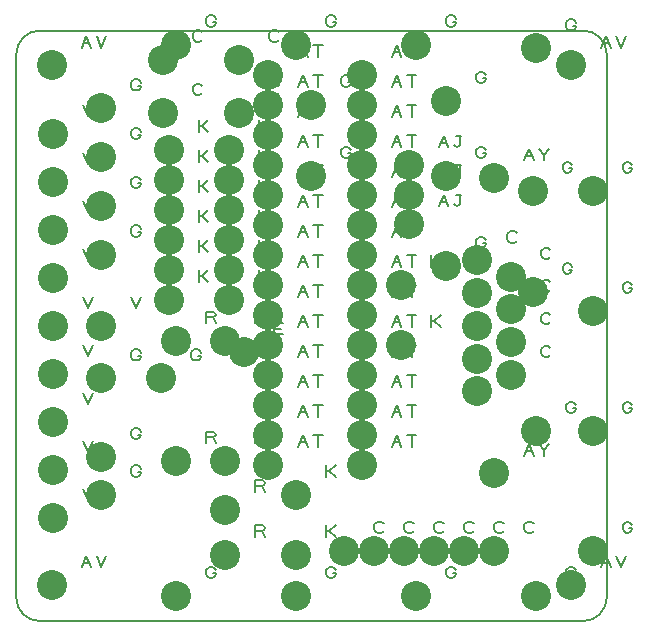
<source format=gbr>
G04 DesignSpark PCB PRO Gerber Version 10.0 Build 5299*
G04 #@! TF.Part,Single*
G04 #@! TF.FileFunction,Drillmap*
G04 #@! TF.FilePolarity,Positive*
%FSLAX35Y35*%
%MOIN*%
%ADD20C,0.00500*%
G04 #@! TA.AperFunction,ViaPad*
%ADD73C,0.10000*%
G04 #@! TD.AperFunction*
X0Y0D02*
D02*
D20*
X58636Y132938D02*
X60198Y136688D01*
X61761Y132938D01*
X59261Y134500D02*
X61136D01*
X63636Y136688D02*
X65198Y132938D01*
X66761Y136688D01*
X58636Y306166D02*
X60198Y309916D01*
X61761Y306166D01*
X59261Y307729D02*
X61136D01*
X63636Y309916D02*
X65198Y306166D01*
X66761Y309916D01*
X59260Y158935D02*
X60822Y155185D01*
X62385Y158935D01*
X59260Y174935D02*
X60822Y171185D01*
X62385Y174935D01*
X59260Y190935D02*
X60822Y187185D01*
X62385Y190935D01*
X59260Y206935D02*
X60822Y203185D01*
X62385Y206935D01*
X59260Y222935D02*
X60822Y219185D01*
X62385Y222935D01*
X59260Y238935D02*
X60822Y235185D01*
X62385Y238935D01*
X59260Y254935D02*
X60822Y251185D01*
X62385Y254935D01*
X59260Y270935D02*
X60822Y267185D01*
X62385Y270935D01*
X59260Y286935D02*
X60822Y283185D01*
X62385Y286935D01*
X77437Y164664D02*
X78375D01*
Y164351D01*
X78063Y163726D01*
X77750Y163414D01*
X77125Y163101D01*
X76500D01*
X75875Y163414D01*
X75563Y163726D01*
X75250Y164351D01*
Y165601D01*
X75563Y166226D01*
X75875Y166539D01*
X76500Y166851D01*
X77125D01*
X77750Y166539D01*
X78063Y166226D01*
X78375Y165601D01*
X77437Y177164D02*
X78375D01*
Y176851D01*
X78063Y176226D01*
X77750Y175914D01*
X77125Y175601D01*
X76500D01*
X75875Y175914D01*
X75563Y176226D01*
X75250Y176851D01*
Y178101D01*
X75563Y178726D01*
X75875Y179039D01*
X76500Y179351D01*
X77125D01*
X77750Y179039D01*
X78063Y178726D01*
X78375Y178101D01*
X77437Y203414D02*
X78375D01*
Y203101D01*
X78063Y202476D01*
X77750Y202164D01*
X77125Y201851D01*
X76500D01*
X75875Y202164D01*
X75563Y202476D01*
X75250Y203101D01*
Y204351D01*
X75563Y204976D01*
X75875Y205289D01*
X76500Y205601D01*
X77125D01*
X77750Y205289D01*
X78063Y204976D01*
X78375Y204351D01*
X77437Y244664D02*
X78375D01*
Y244351D01*
X78063Y243726D01*
X77750Y243414D01*
X77125Y243101D01*
X76500D01*
X75875Y243414D01*
X75563Y243726D01*
X75250Y244351D01*
Y245601D01*
X75563Y246226D01*
X75875Y246539D01*
X76500Y246851D01*
X77125D01*
X77750Y246539D01*
X78063Y246226D01*
X78375Y245601D01*
X77437Y260914D02*
X78375D01*
Y260601D01*
X78063Y259976D01*
X77750Y259664D01*
X77125Y259351D01*
X76500D01*
X75875Y259664D01*
X75563Y259976D01*
X75250Y260601D01*
Y261851D01*
X75563Y262476D01*
X75875Y262789D01*
X76500Y263101D01*
X77125D01*
X77750Y262789D01*
X78063Y262476D01*
X78375Y261851D01*
X77437Y277164D02*
X78375D01*
Y276851D01*
X78063Y276226D01*
X77750Y275914D01*
X77125Y275601D01*
X76500D01*
X75875Y275914D01*
X75563Y276226D01*
X75250Y276851D01*
Y278101D01*
X75563Y278726D01*
X75875Y279039D01*
X76500Y279351D01*
X77125D01*
X77750Y279039D01*
X78063Y278726D01*
X78375Y278101D01*
X77437Y293414D02*
X78375D01*
Y293101D01*
X78063Y292476D01*
X77750Y292164D01*
X77125Y291851D01*
X76500D01*
X75875Y292164D01*
X75563Y292476D01*
X75250Y293101D01*
Y294351D01*
X75563Y294976D01*
X75875Y295289D01*
X76500Y295601D01*
X77125D01*
X77750Y295289D01*
X78063Y294976D01*
X78375Y294351D01*
X75260Y222935D02*
X76822Y219185D01*
X78385Y222935D01*
X97437Y203414D02*
X98375D01*
Y203101D01*
X98063Y202476D01*
X97750Y202164D01*
X97125Y201851D01*
X96500D01*
X95875Y202164D01*
X95563Y202476D01*
X95250Y203101D01*
Y204351D01*
X95563Y204976D01*
X95875Y205289D01*
X96500Y205601D01*
X97125D01*
X97750Y205289D01*
X98063Y204976D01*
X98375Y204351D01*
X98769Y291010D02*
X98456Y290697D01*
X97831Y290385D01*
X96894D01*
X96269Y290697D01*
X95956Y291010D01*
X95644Y291635D01*
Y292885D01*
X95956Y293510D01*
X96269Y293822D01*
X96894Y294135D01*
X97831D01*
X98456Y293822D01*
X98769Y293510D01*
Y308726D02*
X98456Y308414D01*
X97831Y308101D01*
X96894D01*
X96269Y308414D01*
X95956Y308726D01*
X95644Y309351D01*
Y310601D01*
X95956Y311226D01*
X96269Y311539D01*
X96894Y311851D01*
X97831D01*
X98456Y311539D01*
X98769Y311226D01*
X97750Y228101D02*
Y231851D01*
Y229976D02*
X98687D01*
X100875Y231851D01*
X98687Y229976D02*
X100875Y228101D01*
X97750Y238101D02*
Y241851D01*
Y239976D02*
X98687D01*
X100875Y241851D01*
X98687Y239976D02*
X100875Y238101D01*
X97750Y248101D02*
Y251851D01*
Y249976D02*
X98687D01*
X100875Y251851D01*
X98687Y249976D02*
X100875Y248101D01*
X97750Y258101D02*
Y261851D01*
Y259976D02*
X98687D01*
X100875Y261851D01*
X98687Y259976D02*
X100875Y258101D01*
X97750Y268101D02*
Y271851D01*
Y269976D02*
X98687D01*
X100875Y271851D01*
X98687Y269976D02*
X100875Y268101D01*
X97750Y278101D02*
Y281851D01*
Y279976D02*
X98687D01*
X100875Y281851D01*
X98687Y279976D02*
X100875Y278101D01*
X102437Y130914D02*
X103375D01*
Y130601D01*
X103063Y129976D01*
X102750Y129664D01*
X102125Y129351D01*
X101500D01*
X100875Y129664D01*
X100563Y129976D01*
X100250Y130601D01*
Y131851D01*
X100563Y132476D01*
X100875Y132789D01*
X101500Y133101D01*
X102125D01*
X102750Y132789D01*
X103063Y132476D01*
X103375Y131851D01*
X100250Y174351D02*
Y178101D01*
X102437D01*
X103063Y177789D01*
X103375Y177164D01*
X103063Y176539D01*
X102437Y176226D01*
X100250D01*
X102437D02*
X103375Y174351D01*
X100250Y214351D02*
Y218101D01*
X102437D01*
X103063Y217789D01*
X103375Y217164D01*
X103063Y216539D01*
X102437Y216226D01*
X100250D01*
X102437D02*
X103375Y214351D01*
X102437Y314664D02*
X103375D01*
Y314351D01*
X103063Y313726D01*
X102750Y313414D01*
X102125Y313101D01*
X101500D01*
X100875Y313414D01*
X100563Y313726D01*
X100250Y314351D01*
Y315601D01*
X100563Y316226D01*
X100875Y316539D01*
X101500Y316851D01*
X102125D01*
X102750Y316539D01*
X103063Y316226D01*
X103375Y315601D01*
X116500Y143101D02*
Y146851D01*
X118687D01*
X119313Y146539D01*
X119625Y145914D01*
X119313Y145289D01*
X118687Y144976D01*
X116500D01*
X118687D02*
X119625Y143101D01*
X116500Y158101D02*
Y161851D01*
X118687D01*
X119313Y161539D01*
X119625Y160914D01*
X119313Y160289D01*
X118687Y159976D01*
X116500D01*
X118687D02*
X119625Y158101D01*
X116500Y174351D02*
Y178101D01*
X118687D01*
X119313Y177789D01*
X119625Y177164D01*
X119313Y176539D01*
X118687Y176226D01*
X116500D01*
X118687D02*
X119625Y174351D01*
X116500Y214351D02*
Y218101D01*
X118687D01*
X119313Y217789D01*
X119625Y217164D01*
X119313Y216539D01*
X118687Y216226D01*
X116500D01*
X118687D02*
X119625Y214351D01*
X117750Y228101D02*
Y231851D01*
Y229976D02*
X118687D01*
X120875Y231851D01*
X118687Y229976D02*
X120875Y228101D01*
X117750Y238101D02*
Y241851D01*
Y239976D02*
X118687D01*
X120875Y241851D01*
X118687Y239976D02*
X120875Y238101D01*
X117750Y248101D02*
Y251851D01*
Y249976D02*
X118687D01*
X120875Y251851D01*
X118687Y249976D02*
X120875Y248101D01*
X117750Y258101D02*
Y261851D01*
Y259976D02*
X118687D01*
X120875Y261851D01*
X118687Y259976D02*
X120875Y258101D01*
X117750Y268101D02*
Y271851D01*
Y269976D02*
X118687D01*
X120875Y271851D01*
X118687Y269976D02*
X120875Y268101D01*
X117750Y278101D02*
Y281851D01*
Y279976D02*
X118687D01*
X120875Y281851D01*
X118687Y279976D02*
X120875Y278101D01*
X124359Y291010D02*
X124047Y290697D01*
X123422Y290385D01*
X122484D01*
X121859Y290697D01*
X121547Y291010D01*
X121234Y291635D01*
Y292885D01*
X121547Y293510D01*
X121859Y293822D01*
X122484Y294135D01*
X123422D01*
X124047Y293822D01*
X124359Y293510D01*
Y308726D02*
X124047Y308414D01*
X123422Y308101D01*
X122484D01*
X121859Y308414D01*
X121547Y308726D01*
X121234Y309351D01*
Y310601D01*
X121547Y311226D01*
X121859Y311539D01*
X122484Y311851D01*
X123422D01*
X124047Y311539D01*
X124359Y311226D01*
X122750Y210601D02*
Y214351D01*
X125875D01*
X125250Y212476D02*
X122750D01*
Y210601D02*
X125875D01*
X130874Y173101D02*
X132437Y176851D01*
X133999Y173101D01*
X131499Y174664D02*
X133374D01*
X137437Y173101D02*
Y176851D01*
X135874D02*
X138999D01*
X130874Y183101D02*
X132437Y186851D01*
X133999Y183101D01*
X131499Y184664D02*
X133374D01*
X137437Y183101D02*
Y186851D01*
X135874D02*
X138999D01*
X130874Y193101D02*
X132437Y196851D01*
X133999Y193101D01*
X131499Y194664D02*
X133374D01*
X137437Y193101D02*
Y196851D01*
X135874D02*
X138999D01*
X130874Y203101D02*
X132437Y206851D01*
X133999Y203101D01*
X131499Y204664D02*
X133374D01*
X137437Y203101D02*
Y206851D01*
X135874D02*
X138999D01*
X130874Y213101D02*
X132437Y216851D01*
X133999Y213101D01*
X131499Y214664D02*
X133374D01*
X137437Y213101D02*
Y216851D01*
X135874D02*
X138999D01*
X130874Y223101D02*
X132437Y226851D01*
X133999Y223101D01*
X131499Y224664D02*
X133374D01*
X137437Y223101D02*
Y226851D01*
X135874D02*
X138999D01*
X130874Y233101D02*
X132437Y236851D01*
X133999Y233101D01*
X131499Y234664D02*
X133374D01*
X137437Y233101D02*
Y236851D01*
X135874D02*
X138999D01*
X130874Y243101D02*
X132437Y246851D01*
X133999Y243101D01*
X131499Y244664D02*
X133374D01*
X137437Y243101D02*
Y246851D01*
X135874D02*
X138999D01*
X130874Y253101D02*
X132437Y256851D01*
X133999Y253101D01*
X131499Y254664D02*
X133374D01*
X137437Y253101D02*
Y256851D01*
X135874D02*
X138999D01*
X130874Y263101D02*
X132437Y266851D01*
X133999Y263101D01*
X131499Y264664D02*
X133374D01*
X137437Y263101D02*
Y266851D01*
X135874D02*
X138999D01*
X130874Y273101D02*
X132437Y276851D01*
X133999Y273101D01*
X131499Y274664D02*
X133374D01*
X137437Y273101D02*
Y276851D01*
X135874D02*
X138999D01*
X130874Y283101D02*
X132437Y286851D01*
X133999Y283101D01*
X131499Y284664D02*
X133374D01*
X137437Y283101D02*
Y286851D01*
X135874D02*
X138999D01*
X130874Y293101D02*
X132437Y296851D01*
X133999Y293101D01*
X131499Y294664D02*
X133374D01*
X137437Y293101D02*
Y296851D01*
X135874D02*
X138999D01*
X130874Y303101D02*
X132437Y306851D01*
X133999Y303101D01*
X131499Y304664D02*
X133374D01*
X137437Y303101D02*
Y306851D01*
X135874D02*
X138999D01*
X142437Y130914D02*
X143375D01*
Y130601D01*
X143063Y129976D01*
X142750Y129664D01*
X142125Y129351D01*
X141500D01*
X140875Y129664D01*
X140563Y129976D01*
X140250Y130601D01*
Y131851D01*
X140563Y132476D01*
X140875Y132789D01*
X141500Y133101D01*
X142125D01*
X142750Y132789D01*
X143063Y132476D01*
X143375Y131851D01*
X140250Y143101D02*
Y146851D01*
Y144976D02*
X141187D01*
X143375Y146851D01*
X141187Y144976D02*
X143375Y143101D01*
X140250Y163101D02*
Y166851D01*
Y164976D02*
X141187D01*
X143375Y166851D01*
X141187Y164976D02*
X143375Y163101D01*
X142437Y314664D02*
X143375D01*
Y314351D01*
X143063Y313726D01*
X142750Y313414D01*
X142125Y313101D01*
X141500D01*
X140875Y313414D01*
X140563Y313726D01*
X140250Y314351D01*
Y315601D01*
X140563Y316226D01*
X140875Y316539D01*
X141500Y316851D01*
X142125D01*
X142750Y316539D01*
X143063Y316226D01*
X143375Y315601D01*
X147437Y270914D02*
X148375D01*
Y270601D01*
X148063Y269976D01*
X147750Y269664D01*
X147125Y269351D01*
X146500D01*
X145875Y269664D01*
X145563Y269976D01*
X145250Y270601D01*
Y271851D01*
X145563Y272476D01*
X145875Y272789D01*
X146500Y273101D01*
X147125D01*
X147750Y272789D01*
X148063Y272476D01*
X148375Y271851D01*
X147437Y294664D02*
X148375D01*
Y294351D01*
X148063Y293726D01*
X147750Y293414D01*
X147125Y293101D01*
X146500D01*
X145875Y293414D01*
X145563Y293726D01*
X145250Y294351D01*
Y295601D01*
X145563Y296226D01*
X145875Y296539D01*
X146500Y296851D01*
X147125D01*
X147750Y296539D01*
X148063Y296226D01*
X148375Y295601D01*
X159379Y145018D02*
X159067Y144705D01*
X158441Y144393D01*
X157504D01*
X156879Y144705D01*
X156567Y145018D01*
X156254Y145643D01*
Y146893D01*
X156567Y147518D01*
X156879Y147830D01*
X157504Y148143D01*
X158441D01*
X159067Y147830D01*
X159379Y147518D01*
X162126Y173101D02*
X163689Y176851D01*
X165251Y173101D01*
X162751Y174664D02*
X164626D01*
X168689Y173101D02*
Y176851D01*
X167126D02*
X170251D01*
X162126Y183101D02*
X163689Y186851D01*
X165251Y183101D01*
X162751Y184664D02*
X164626D01*
X168689Y183101D02*
Y186851D01*
X167126D02*
X170251D01*
X162126Y193101D02*
X163689Y196851D01*
X165251Y193101D01*
X162751Y194664D02*
X164626D01*
X168689Y193101D02*
Y196851D01*
X167126D02*
X170251D01*
X162126Y203101D02*
X163689Y206851D01*
X165251Y203101D01*
X162751Y204664D02*
X164626D01*
X168689Y203101D02*
Y206851D01*
X167126D02*
X170251D01*
X162126Y213101D02*
X163689Y216851D01*
X165251Y213101D01*
X162751Y214664D02*
X164626D01*
X168689Y213101D02*
Y216851D01*
X167126D02*
X170251D01*
X162126Y223101D02*
X163689Y226851D01*
X165251Y223101D01*
X162751Y224664D02*
X164626D01*
X168689Y223101D02*
Y226851D01*
X167126D02*
X170251D01*
X162126Y233101D02*
X163689Y236851D01*
X165251Y233101D01*
X162751Y234664D02*
X164626D01*
X168689Y233101D02*
Y236851D01*
X167126D02*
X170251D01*
X162126Y243101D02*
X163689Y246851D01*
X165251Y243101D01*
X162751Y244664D02*
X164626D01*
X168689Y243101D02*
Y246851D01*
X167126D02*
X170251D01*
X162126Y253101D02*
X163689Y256851D01*
X165251Y253101D01*
X162751Y254664D02*
X164626D01*
X168689Y253101D02*
Y256851D01*
X167126D02*
X170251D01*
X162126Y263101D02*
X163689Y266851D01*
X165251Y263101D01*
X162751Y264664D02*
X164626D01*
X168689Y263101D02*
Y266851D01*
X167126D02*
X170251D01*
X162126Y273101D02*
X163689Y276851D01*
X165251Y273101D01*
X162751Y274664D02*
X164626D01*
X168689Y273101D02*
Y276851D01*
X167126D02*
X170251D01*
X162126Y283101D02*
X163689Y286851D01*
X165251Y283101D01*
X162751Y284664D02*
X164626D01*
X168689Y283101D02*
Y286851D01*
X167126D02*
X170251D01*
X162126Y293101D02*
X163689Y296851D01*
X165251Y293101D01*
X162751Y294664D02*
X164626D01*
X168689Y293101D02*
Y296851D01*
X167126D02*
X170251D01*
X162126Y303101D02*
X163689Y306851D01*
X165251Y303101D01*
X162751Y304664D02*
X164626D01*
X168689Y303101D02*
Y306851D01*
X167126D02*
X170251D01*
X169379Y145018D02*
X169067Y144705D01*
X168441Y144393D01*
X167504D01*
X166879Y144705D01*
X166567Y145018D01*
X166254Y145643D01*
Y146893D01*
X166567Y147518D01*
X166879Y147830D01*
X167504Y148143D01*
X168441D01*
X169067Y147830D01*
X169379Y147518D01*
X175250Y213101D02*
Y216851D01*
Y214976D02*
X176187D01*
X178375Y216851D01*
X176187Y214976D02*
X178375Y213101D01*
X175250Y233101D02*
Y236851D01*
Y234976D02*
X176187D01*
X178375Y236851D01*
X176187Y234976D02*
X178375Y233101D01*
X179379Y145018D02*
X179067Y144705D01*
X178441Y144393D01*
X177504D01*
X176879Y144705D01*
X176567Y145018D01*
X176254Y145643D01*
Y146893D01*
X176567Y147518D01*
X176879Y147830D01*
X177504Y148143D01*
X178441D01*
X179067Y147830D01*
X179379Y147518D01*
X177750Y253259D02*
X179313Y257009D01*
X180875Y253259D01*
X178375Y254821D02*
X180250D01*
X182750Y253884D02*
X183063Y253571D01*
X183687Y253259D01*
X184313Y253571D01*
X184625Y253884D01*
Y257009D01*
X185250D01*
X184625D02*
X183375D01*
X177750Y263101D02*
X179313Y266851D01*
X180875Y263101D01*
X178375Y264664D02*
X180250D01*
X182750Y263726D02*
X183063Y263414D01*
X183687Y263101D01*
X184313Y263414D01*
X184625Y263726D01*
Y266851D01*
X185250D01*
X184625D02*
X183375D01*
X177750Y272944D02*
X179313Y276694D01*
X180875Y272944D01*
X178375Y274506D02*
X180250D01*
X182750Y273569D02*
X183063Y273256D01*
X183687Y272944D01*
X184313Y273256D01*
X184625Y273569D01*
Y276694D01*
X185250D01*
X184625D02*
X183375D01*
X182437Y130914D02*
X183375D01*
Y130601D01*
X183063Y129976D01*
X182750Y129664D01*
X182125Y129351D01*
X181500D01*
X180875Y129664D01*
X180563Y129976D01*
X180250Y130601D01*
Y131851D01*
X180563Y132476D01*
X180875Y132789D01*
X181500Y133101D01*
X182125D01*
X182750Y132789D01*
X183063Y132476D01*
X183375Y131851D01*
X182437Y314664D02*
X183375D01*
Y314351D01*
X183063Y313726D01*
X182750Y313414D01*
X182125Y313101D01*
X181500D01*
X180875Y313414D01*
X180563Y313726D01*
X180250Y314351D01*
Y315601D01*
X180563Y316226D01*
X180875Y316539D01*
X181500Y316851D01*
X182125D01*
X182750Y316539D01*
X183063Y316226D01*
X183375Y315601D01*
X189379Y145018D02*
X189067Y144705D01*
X188441Y144393D01*
X187504D01*
X186879Y144705D01*
X186567Y145018D01*
X186254Y145643D01*
Y146893D01*
X186567Y147518D01*
X186879Y147830D01*
X187504Y148143D01*
X188441D01*
X189067Y147830D01*
X189379Y147518D01*
X192437Y240914D02*
X193375D01*
Y240601D01*
X193063Y239976D01*
X192750Y239664D01*
X192125Y239351D01*
X191500D01*
X190875Y239664D01*
X190563Y239976D01*
X190250Y240601D01*
Y241851D01*
X190563Y242476D01*
X190875Y242789D01*
X191500Y243101D01*
X192125D01*
X192750Y242789D01*
X193063Y242476D01*
X193375Y241851D01*
X192437Y270914D02*
X193375D01*
Y270601D01*
X193063Y269976D01*
X192750Y269664D01*
X192125Y269351D01*
X191500D01*
X190875Y269664D01*
X190563Y269976D01*
X190250Y270601D01*
Y271851D01*
X190563Y272476D01*
X190875Y272789D01*
X191500Y273101D01*
X192125D01*
X192750Y272789D01*
X193063Y272476D01*
X193375Y271851D01*
X192437Y295914D02*
X193375D01*
Y295601D01*
X193063Y294976D01*
X192750Y294664D01*
X192125Y294351D01*
X191500D01*
X190875Y294664D01*
X190563Y294976D01*
X190250Y295601D01*
Y296851D01*
X190563Y297476D01*
X190875Y297789D01*
X191500Y298101D01*
X192125D01*
X192750Y297789D01*
X193063Y297476D01*
X193375Y296851D01*
X199379Y145018D02*
X199067Y144705D01*
X198441Y144393D01*
X197504D01*
X196879Y144705D01*
X196567Y145018D01*
X196254Y145643D01*
Y146893D01*
X196567Y147518D01*
X196879Y147830D01*
X197504Y148143D01*
X198441D01*
X199067Y147830D01*
X199379Y147518D01*
X203720Y198165D02*
X203407Y197853D01*
X202782Y197540D01*
X201844D01*
X201220Y197853D01*
X200907Y198165D01*
X200594Y198790D01*
Y200040D01*
X200907Y200665D01*
X201220Y200978D01*
X201844Y201290D01*
X202782D01*
X203407Y200978D01*
X203720Y200665D01*
Y209071D02*
X203407Y208758D01*
X202782Y208446D01*
X201844D01*
X201220Y208758D01*
X200907Y209071D01*
X200594Y209696D01*
Y210946D01*
X200907Y211571D01*
X201220Y211883D01*
X201844Y212196D01*
X202782D01*
X203407Y211883D01*
X203720Y211571D01*
Y219976D02*
X203407Y219664D01*
X202782Y219351D01*
X201844D01*
X201220Y219664D01*
X200907Y219976D01*
X200594Y220601D01*
Y221851D01*
X200907Y222476D01*
X201220Y222789D01*
X201844Y223101D01*
X202782D01*
X203407Y222789D01*
X203720Y222476D01*
Y230882D02*
X203407Y230569D01*
X202782Y230257D01*
X201844D01*
X201220Y230569D01*
X200907Y230882D01*
X200594Y231507D01*
Y232757D01*
X200907Y233382D01*
X201220Y233694D01*
X201844Y234007D01*
X202782D01*
X203407Y233694D01*
X203720Y233382D01*
Y241787D02*
X203407Y241475D01*
X202782Y241162D01*
X201844D01*
X201220Y241475D01*
X200907Y241787D01*
X200594Y242412D01*
Y243662D01*
X200907Y244287D01*
X201220Y244600D01*
X201844Y244912D01*
X202782D01*
X203407Y244600D01*
X203720Y244287D01*
X206185Y170158D02*
X207748Y173908D01*
X209310Y170158D01*
X206810Y171721D02*
X208685D01*
X212748Y170158D02*
Y172033D01*
X211185Y173908D01*
X212748Y172033D02*
X214310Y173908D01*
X206185Y268544D02*
X207748Y272294D01*
X209310Y268544D01*
X206810Y270107D02*
X208685D01*
X212748Y268544D02*
Y270419D01*
X211185Y272294D01*
X212748Y270419D02*
X214310Y272294D01*
X209379Y145018D02*
X209067Y144705D01*
X208441Y144393D01*
X207504D01*
X206879Y144705D01*
X206567Y145018D01*
X206254Y145643D01*
Y146893D01*
X206567Y147518D01*
X206879Y147830D01*
X207504Y148143D01*
X208441D01*
X209067Y147830D01*
X209379Y147518D01*
X214901Y203618D02*
X214588Y203306D01*
X213963Y202993D01*
X213026D01*
X212401Y203306D01*
X212088Y203618D01*
X211776Y204243D01*
Y205493D01*
X212088Y206118D01*
X212401Y206431D01*
X213026Y206743D01*
X213963D01*
X214588Y206431D01*
X214901Y206118D01*
Y214524D02*
X214588Y214211D01*
X213963Y213898D01*
X213026D01*
X212401Y214211D01*
X212088Y214524D01*
X211776Y215148D01*
Y216398D01*
X212088Y217024D01*
X212401Y217336D01*
X213026Y217648D01*
X213963D01*
X214588Y217336D01*
X214901Y217024D01*
Y225429D02*
X214588Y225117D01*
X213963Y224804D01*
X213026D01*
X212401Y225117D01*
X212088Y225429D01*
X211776Y226054D01*
Y227304D01*
X212088Y227929D01*
X212401Y228242D01*
X213026Y228554D01*
X213963D01*
X214588Y228242D01*
X214901Y227929D01*
Y236335D02*
X214588Y236022D01*
X213963Y235709D01*
X213026D01*
X212401Y236022D01*
X212088Y236335D01*
X211776Y236959D01*
Y238209D01*
X212088Y238835D01*
X212401Y239147D01*
X213026Y239459D01*
X213963D01*
X214588Y239147D01*
X214901Y238835D01*
X221187Y232164D02*
X222125D01*
Y231851D01*
X221813Y231226D01*
X221500Y230914D01*
X220875Y230601D01*
X220250D01*
X219625Y230914D01*
X219313Y231226D01*
X219000Y231851D01*
Y233101D01*
X219313Y233726D01*
X219625Y234039D01*
X220250Y234351D01*
X220875D01*
X221500Y234039D01*
X221813Y233726D01*
X222125Y233101D01*
X221187Y265914D02*
X222125D01*
Y265601D01*
X221813Y264976D01*
X221500Y264664D01*
X220875Y264351D01*
X220250D01*
X219625Y264664D01*
X219313Y264976D01*
X219000Y265601D01*
Y266851D01*
X219313Y267476D01*
X219625Y267789D01*
X220250Y268101D01*
X220875D01*
X221500Y267789D01*
X221813Y267476D01*
X222125Y266851D01*
X222437Y130914D02*
X223375D01*
Y130601D01*
X223063Y129976D01*
X222750Y129664D01*
X222125Y129351D01*
X221500D01*
X220875Y129664D01*
X220563Y129976D01*
X220250Y130601D01*
Y131851D01*
X220563Y132476D01*
X220875Y132789D01*
X221500Y133101D01*
X222125D01*
X222750Y132789D01*
X223063Y132476D01*
X223375Y131851D01*
X222437Y185914D02*
X223375D01*
Y185601D01*
X223063Y184976D01*
X222750Y184664D01*
X222125Y184351D01*
X221500D01*
X220875Y184664D01*
X220563Y184976D01*
X220250Y185601D01*
Y186851D01*
X220563Y187476D01*
X220875Y187789D01*
X221500Y188101D01*
X222125D01*
X222750Y187789D01*
X223063Y187476D01*
X223375Y186851D01*
X222437Y313414D02*
X223375D01*
Y313101D01*
X223063Y312476D01*
X222750Y312164D01*
X222125Y311851D01*
X221500D01*
X220875Y312164D01*
X220563Y312476D01*
X220250Y313101D01*
Y314351D01*
X220563Y314976D01*
X220875Y315289D01*
X221500Y315601D01*
X222125D01*
X222750Y315289D01*
X223063Y314976D01*
X223375Y314351D01*
X225801Y311839D02*
G75*
G02*
X233675Y303965I0J-7874D01*
G01*
Y122863D01*
G75*
G02*
X225801Y114989I-7874J0D01*
G01*
X44699D01*
G75*
G02*
X36825Y122863I0J7874D01*
G01*
Y303965D01*
G75*
G02*
X44699Y311839I7874J0D01*
G01*
X225801D01*
X231864Y132938D02*
X233427Y136688D01*
X234989Y132938D01*
X232489Y134500D02*
X234364D01*
X236864Y136688D02*
X238427Y132938D01*
X239989Y136688D01*
X231864Y306166D02*
X233427Y309916D01*
X234989Y306166D01*
X232489Y307729D02*
X234364D01*
X236864Y309916D02*
X238427Y306166D01*
X239989Y309916D01*
X241187Y145914D02*
X242125D01*
Y145601D01*
X241813Y144976D01*
X241500Y144664D01*
X240875Y144351D01*
X240250D01*
X239625Y144664D01*
X239313Y144976D01*
X239000Y145601D01*
Y146851D01*
X239313Y147476D01*
X239625Y147789D01*
X240250Y148101D01*
X240875D01*
X241500Y147789D01*
X241813Y147476D01*
X242125Y146851D01*
X241187Y185914D02*
X242125D01*
Y185601D01*
X241813Y184976D01*
X241500Y184664D01*
X240875Y184351D01*
X240250D01*
X239625Y184664D01*
X239313Y184976D01*
X239000Y185601D01*
Y186851D01*
X239313Y187476D01*
X239625Y187789D01*
X240250Y188101D01*
X240875D01*
X241500Y187789D01*
X241813Y187476D01*
X242125Y186851D01*
X241187Y225914D02*
X242125D01*
Y225601D01*
X241813Y224976D01*
X241500Y224664D01*
X240875Y224351D01*
X240250D01*
X239625Y224664D01*
X239313Y224976D01*
X239000Y225601D01*
Y226851D01*
X239313Y227476D01*
X239625Y227789D01*
X240250Y228101D01*
X240875D01*
X241500Y227789D01*
X241813Y227476D01*
X242125Y226851D01*
X241187Y265914D02*
X242125D01*
Y265601D01*
X241813Y264976D01*
X241500Y264664D01*
X240875Y264351D01*
X240250D01*
X239625Y264664D01*
X239313Y264976D01*
X239000Y265601D01*
Y266851D01*
X239313Y267476D01*
X239625Y267789D01*
X240250Y268101D01*
X240875D01*
X241500Y267789D01*
X241813Y267476D01*
X242125Y266851D01*
D02*
D73*
X48636Y127000D03*
Y300229D03*
X49260Y149247D03*
Y165247D03*
Y181247D03*
Y197247D03*
Y213247D03*
Y229247D03*
Y245247D03*
Y261247D03*
Y277247D03*
X65250Y157164D03*
Y169664D03*
Y195914D03*
Y237164D03*
Y253414D03*
Y269664D03*
Y285914D03*
X65260Y213247D03*
X85250Y195914D03*
X85644Y284447D03*
Y302164D03*
X87750Y222164D03*
Y232164D03*
Y242164D03*
Y252164D03*
Y262164D03*
Y272164D03*
X90250Y123414D03*
Y168414D03*
Y208414D03*
Y307164D03*
X106500Y137164D03*
Y152164D03*
Y168414D03*
Y208414D03*
X107750Y222164D03*
Y232164D03*
Y242164D03*
Y252164D03*
Y262164D03*
Y272164D03*
X111234Y284447D03*
Y302164D03*
X112750Y204664D03*
X120874Y167164D03*
Y177164D03*
Y187164D03*
Y197164D03*
Y207164D03*
Y217164D03*
Y227164D03*
Y237164D03*
Y247164D03*
Y257164D03*
Y267164D03*
Y277164D03*
Y287164D03*
Y297164D03*
X130250Y123414D03*
Y137164D03*
Y157164D03*
Y307164D03*
X135250Y263414D03*
Y287164D03*
X146254Y138455D03*
X152126Y167164D03*
Y177164D03*
Y187164D03*
Y197164D03*
Y207164D03*
Y217164D03*
Y227164D03*
Y237164D03*
Y247164D03*
Y257164D03*
Y267164D03*
Y277164D03*
Y287164D03*
Y297164D03*
X156254Y138455D03*
X165250Y207164D03*
Y227164D03*
X166254Y138455D03*
X167750Y247321D03*
Y257164D03*
Y267006D03*
X170250Y123414D03*
Y307164D03*
X176254Y138455D03*
X180250Y233414D03*
Y263414D03*
Y288414D03*
X186254Y138455D03*
X190594Y191603D03*
Y202508D03*
Y213414D03*
Y224319D03*
Y235225D03*
X196185Y164221D03*
Y262607D03*
X196254Y138455D03*
X201776Y197056D03*
Y207961D03*
Y218867D03*
Y229772D03*
X209000Y224664D03*
Y258414D03*
X210250Y123414D03*
Y178414D03*
Y305914D03*
X221864Y127000D03*
Y300229D03*
X229000Y138414D03*
Y178414D03*
Y218414D03*
Y258414D03*
X0Y0D02*
M02*

</source>
